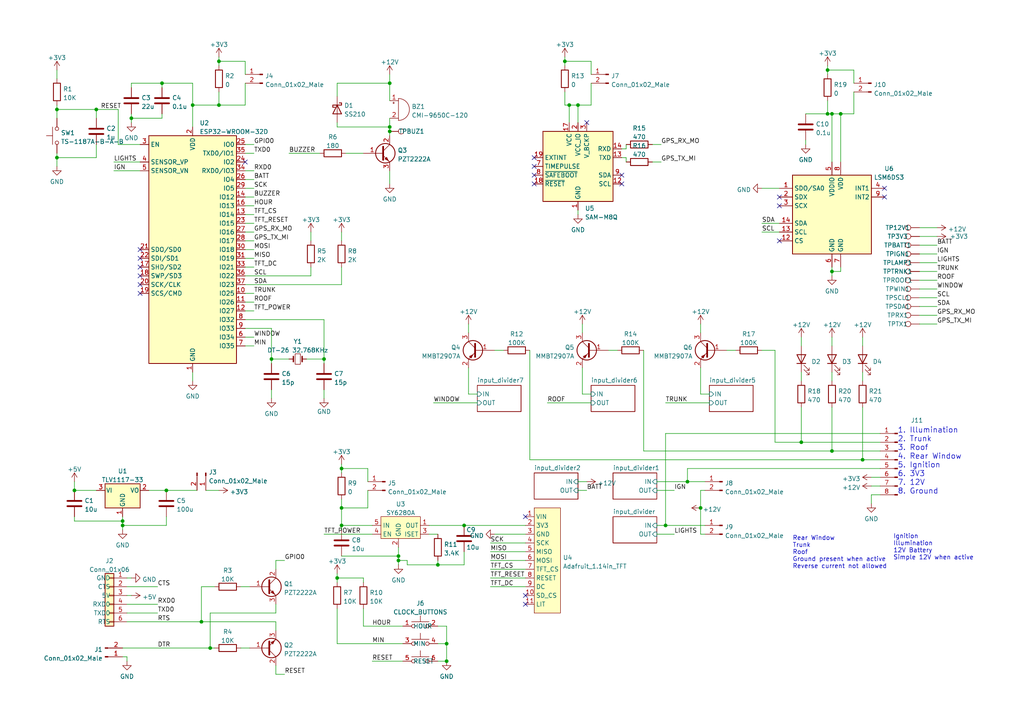
<source format=kicad_sch>
(kicad_sch (version 20211123) (generator eeschema)
  (paper "A4")
  (junction (at 46.99 24.13))
  (junction (at 55.88 30.48))
  (junction (at 63.5 17.78))
  (junction (at 165.1 30.48))
  (junction (at 113.03 24.13))
  (junction (at 58.42 180.34))
  (junction (at 243.84 33.02))
  (junction (at 21.59 142.24))
  (junction (at 38.1 34.29))
  (junction (at 60.96 187.96))
  (junction (at 134.62 152.4))
  (junction (at 113.03 38.1))
  (junction (at 241.3 130.81))
  (junction (at 199.39 139.7))
  (junction (at 115.57 161.29))
  (junction (at 240.03 20.32))
  (junction (at 250.19 133.35))
  (junction (at 232.41 128.27))
  (junction (at 97.79 167.64))
  (junction (at 93.98 104.14))
  (junction (at 241.3 33.02))
  (junction (at 16.51 31.75))
  (junction (at 163.83 17.78))
  (junction (at 129.54 186.69))
  (junction (at 113.03 36.83))
  (junction (at 99.06 147.32))
  (junction (at 241.3 78.74))
  (junction (at 35.56 152.4))
  (junction (at 167.64 30.48))
  (junction (at 127 163.83))
  (junction (at 193.04 152.4))
  (junction (at 99.06 152.4))
  (junction (at 63.5 30.48))
  (junction (at 27.94 31.75))
  (junction (at 203.2 147.32))
  (junction (at 99.06 135.89))
  (junction (at 16.51 45.72))
  (junction (at 35.56 151.13))
  (junction (at 48.26 142.24))
  (junction (at 129.54 191.77))
  (junction (at 78.74 104.14))
  (junction (at 115.57 162.56))
  (junction (at 240.03 33.02))
  (no_connect (at 40.64 74.93))
  (no_connect (at 40.64 77.47))
  (no_connect (at 40.64 80.01))
  (no_connect (at 40.64 82.55))
  (no_connect (at 40.64 85.09))
  (no_connect (at 40.64 72.39))
  (no_connect (at 152.4 172.72))
  (no_connect (at 152.4 149.86))
  (no_connect (at 152.4 175.26))
  (no_connect (at 180.34 50.8))
  (no_connect (at 180.34 53.34))
  (no_connect (at 170.18 35.56))
  (no_connect (at 226.06 69.85))
  (no_connect (at 226.06 59.69))
  (no_connect (at 226.06 57.15))
  (no_connect (at 256.54 57.15))
  (no_connect (at 256.54 54.61))
  (no_connect (at 71.12 46.99))
  (no_connect (at 154.94 45.72))
  (no_connect (at 154.94 48.26))
  (no_connect (at 154.94 50.8))
  (no_connect (at 154.94 53.34))
  (wire (pts (xy 60.96 177.8) (xy 60.96 187.96)))
  (wire (pts (xy 97.79 166.37) (xy 97.79 167.64)))
  (wire (pts (xy 241.3 33.02) (xy 243.84 33.02)))
  (wire (pts (xy 232.41 128.27) (xy 232.41 118.11)))
  (wire (pts (xy 142.24 162.56) (xy 152.4 162.56)))
  (wire (pts (xy 16.51 45.72) (xy 27.94 45.72)))
  (wire (pts (xy 71.12 97.79) (xy 73.66 97.79)))
  (wire (pts (xy 46.99 24.13) (xy 46.99 25.4)))
  (wire (pts (xy 167.64 30.48) (xy 171.45 30.48)))
  (wire (pts (xy 62.23 170.18) (xy 58.42 170.18)))
  (wire (pts (xy 71.12 64.77) (xy 73.66 64.77)))
  (wire (pts (xy 135.89 93.98) (xy 135.89 96.52)))
  (wire (pts (xy 97.79 35.56) (xy 97.79 36.83)))
  (wire (pts (xy 38.1 25.4) (xy 38.1 24.13)))
  (wire (pts (xy 190.5 154.94) (xy 195.58 154.94)))
  (wire (pts (xy 266.7 93.98) (xy 271.78 93.98)))
  (wire (pts (xy 193.04 116.84) (xy 205.74 116.84)))
  (wire (pts (xy 266.7 83.82) (xy 271.78 83.82)))
  (wire (pts (xy 36.83 191.77) (xy 36.83 190.5)))
  (wire (pts (xy 80.01 165.1) (xy 80.01 162.56)))
  (wire (pts (xy 113.03 38.1) (xy 113.03 39.37)))
  (wire (pts (xy 233.68 33.02) (xy 240.03 33.02)))
  (wire (pts (xy 58.42 170.18) (xy 58.42 180.34)))
  (wire (pts (xy 142.24 165.1) (xy 152.4 165.1)))
  (wire (pts (xy 266.7 81.28) (xy 271.78 81.28)))
  (wire (pts (xy 93.98 113.03) (xy 93.98 115.57)))
  (wire (pts (xy 167.64 60.96) (xy 167.64 62.23)))
  (wire (pts (xy 189.23 46.99) (xy 191.77 46.99)))
  (wire (pts (xy 113.03 36.83) (xy 113.03 38.1)))
  (wire (pts (xy 99.06 161.29) (xy 115.57 161.29)))
  (wire (pts (xy 186.69 130.81) (xy 241.3 130.81)))
  (wire (pts (xy 78.74 104.14) (xy 83.82 104.14)))
  (wire (pts (xy 99.06 152.4) (xy 99.06 153.67)))
  (wire (pts (xy 100.33 44.45) (xy 105.41 44.45)))
  (wire (pts (xy 33.02 46.99) (xy 40.64 46.99)))
  (wire (pts (xy 99.06 82.55) (xy 99.06 77.47)))
  (wire (pts (xy 55.88 30.48) (xy 55.88 36.83)))
  (wire (pts (xy 34.29 41.91) (xy 40.64 41.91)))
  (wire (pts (xy 93.98 92.71) (xy 93.98 104.14)))
  (wire (pts (xy 80.01 195.58) (xy 82.55 195.58)))
  (wire (pts (xy 71.12 41.91) (xy 73.66 41.91)))
  (wire (pts (xy 80.01 193.04) (xy 80.01 195.58)))
  (wire (pts (xy 241.3 78.74) (xy 241.3 80.01)))
  (wire (pts (xy 240.03 29.21) (xy 240.03 33.02)))
  (wire (pts (xy 266.7 73.66) (xy 271.78 73.66)))
  (wire (pts (xy 97.79 186.69) (xy 116.84 186.69)))
  (wire (pts (xy 71.12 72.39) (xy 73.66 72.39)))
  (wire (pts (xy 134.62 152.4) (xy 152.4 152.4)))
  (wire (pts (xy 190.5 142.24) (xy 195.58 142.24)))
  (wire (pts (xy 180.34 45.72) (xy 181.61 45.72)))
  (wire (pts (xy 113.03 24.13) (xy 97.79 24.13)))
  (wire (pts (xy 80.01 177.8) (xy 60.96 177.8)))
  (wire (pts (xy 21.59 149.86) (xy 21.59 151.13)))
  (wire (pts (xy 63.5 16.51) (xy 63.5 17.78)))
  (wire (pts (xy 199.39 135.89) (xy 199.39 139.7)))
  (wire (pts (xy 181.61 41.91) (xy 181.61 43.18)))
  (wire (pts (xy 16.51 44.45) (xy 16.51 45.72)))
  (wire (pts (xy 255.27 143.51) (xy 252.73 143.51)))
  (wire (pts (xy 255.27 125.73) (xy 193.04 125.73)))
  (wire (pts (xy 266.7 88.9) (xy 271.78 88.9)))
  (wire (pts (xy 241.3 78.74) (xy 243.84 78.74)))
  (wire (pts (xy 63.5 26.67) (xy 63.5 30.48)))
  (wire (pts (xy 63.5 30.48) (xy 55.88 30.48)))
  (wire (pts (xy 80.01 182.88) (xy 80.01 180.34)))
  (wire (pts (xy 80.01 175.26) (xy 80.01 177.8)))
  (wire (pts (xy 97.79 176.53) (xy 97.79 186.69)))
  (wire (pts (xy 97.79 167.64) (xy 97.79 168.91)))
  (wire (pts (xy 241.3 97.79) (xy 241.3 100.33)))
  (wire (pts (xy 35.56 149.86) (xy 35.56 151.13)))
  (wire (pts (xy 48.26 152.4) (xy 35.56 152.4)))
  (wire (pts (xy 106.68 135.89) (xy 99.06 135.89)))
  (wire (pts (xy 35.56 151.13) (xy 35.56 152.4)))
  (wire (pts (xy 71.12 90.17) (xy 73.66 90.17)))
  (wire (pts (xy 78.74 113.03) (xy 78.74 115.57)))
  (wire (pts (xy 88.9 104.14) (xy 93.98 104.14)))
  (wire (pts (xy 163.83 30.48) (xy 165.1 30.48)))
  (wire (pts (xy 193.04 152.4) (xy 190.5 152.4)))
  (wire (pts (xy 60.96 187.96) (xy 62.23 187.96)))
  (wire (pts (xy 71.12 100.33) (xy 73.66 100.33)))
  (wire (pts (xy 36.83 180.34) (xy 58.42 180.34)))
  (wire (pts (xy 142.24 170.18) (xy 152.4 170.18)))
  (wire (pts (xy 99.06 134.62) (xy 99.06 135.89)))
  (wire (pts (xy 71.12 17.78) (xy 63.5 17.78)))
  (wire (pts (xy 135.89 114.3) (xy 138.43 114.3)))
  (wire (pts (xy 36.83 177.8) (xy 45.72 177.8)))
  (wire (pts (xy 233.68 40.64) (xy 233.68 41.91)))
  (wire (pts (xy 158.75 116.84) (xy 171.45 116.84)))
  (wire (pts (xy 21.59 139.7) (xy 21.59 142.24)))
  (wire (pts (xy 115.57 161.29) (xy 115.57 162.56)))
  (wire (pts (xy 58.42 180.34) (xy 80.01 180.34)))
  (wire (pts (xy 107.95 191.77) (xy 116.84 191.77)))
  (wire (pts (xy 168.91 93.98) (xy 168.91 96.52)))
  (wire (pts (xy 165.1 30.48) (xy 167.64 30.48)))
  (wire (pts (xy 266.7 76.2) (xy 271.78 76.2)))
  (wire (pts (xy 250.19 107.95) (xy 250.19 110.49)))
  (wire (pts (xy 125.73 116.84) (xy 138.43 116.84)))
  (wire (pts (xy 168.91 106.68) (xy 168.91 114.3)))
  (wire (pts (xy 71.12 74.93) (xy 73.66 74.93)))
  (wire (pts (xy 203.2 93.98) (xy 203.2 96.52)))
  (wire (pts (xy 167.64 139.7) (xy 170.18 139.7)))
  (wire (pts (xy 255.27 133.35) (xy 250.19 133.35)))
  (wire (pts (xy 55.88 107.95) (xy 55.88 110.49)))
  (wire (pts (xy 106.68 139.7) (xy 106.68 135.89)))
  (wire (pts (xy 143.51 101.6) (xy 146.05 101.6)))
  (wire (pts (xy 142.24 157.48) (xy 152.4 157.48)))
  (wire (pts (xy 36.83 170.18) (xy 45.72 170.18)))
  (wire (pts (xy 247.65 26.67) (xy 247.65 33.02)))
  (wire (pts (xy 99.06 152.4) (xy 107.95 152.4)))
  (wire (pts (xy 21.59 142.24) (xy 27.94 142.24)))
  (wire (pts (xy 163.83 16.51) (xy 163.83 17.78)))
  (wire (pts (xy 35.56 187.96) (xy 60.96 187.96)))
  (wire (pts (xy 118.11 162.56) (xy 115.57 162.56)))
  (wire (pts (xy 189.23 41.91) (xy 191.77 41.91)))
  (wire (pts (xy 99.06 144.78) (xy 99.06 147.32)))
  (wire (pts (xy 97.79 24.13) (xy 97.79 27.94)))
  (wire (pts (xy 113.03 29.21) (xy 113.03 24.13)))
  (wire (pts (xy 167.64 30.48) (xy 167.64 35.56)))
  (wire (pts (xy 16.51 20.32) (xy 16.51 22.86)))
  (wire (pts (xy 181.61 43.18) (xy 180.34 43.18)))
  (wire (pts (xy 163.83 17.78) (xy 163.83 19.05)))
  (wire (pts (xy 199.39 139.7) (xy 204.47 139.7)))
  (wire (pts (xy 48.26 142.24) (xy 57.15 142.24)))
  (wire (pts (xy 220.98 67.31) (xy 226.06 67.31)))
  (wire (pts (xy 134.62 160.02) (xy 134.62 163.83)))
  (wire (pts (xy 247.65 20.32) (xy 240.03 20.32)))
  (wire (pts (xy 83.82 44.45) (xy 92.71 44.45)))
  (wire (pts (xy 27.94 41.91) (xy 27.94 45.72)))
  (wire (pts (xy 243.84 33.02) (xy 243.84 46.99)))
  (wire (pts (xy 193.04 152.4) (xy 204.47 152.4)))
  (wire (pts (xy 46.99 33.02) (xy 46.99 34.29)))
  (wire (pts (xy 224.79 128.27) (xy 232.41 128.27)))
  (wire (pts (xy 16.51 30.48) (xy 16.51 31.75)))
  (wire (pts (xy 181.61 45.72) (xy 181.61 46.99)))
  (wire (pts (xy 115.57 161.29) (xy 115.57 158.75)))
  (wire (pts (xy 243.84 33.02) (xy 247.65 33.02)))
  (wire (pts (xy 127 163.83) (xy 118.11 163.83)))
  (wire (pts (xy 127 181.61) (xy 129.54 181.61)))
  (wire (pts (xy 38.1 34.29) (xy 38.1 35.56)))
  (wire (pts (xy 203.2 106.68) (xy 203.2 114.3)))
  (wire (pts (xy 127 191.77) (xy 129.54 191.77)))
  (wire (pts (xy 99.06 67.31) (xy 99.06 69.85)))
  (wire (pts (xy 171.45 21.59) (xy 171.45 17.78)))
  (wire (pts (xy 71.12 59.69) (xy 73.66 59.69)))
  (wire (pts (xy 105.41 181.61) (xy 116.84 181.61)))
  (wire (pts (xy 220.98 54.61) (xy 226.06 54.61)))
  (wire (pts (xy 266.7 68.58) (xy 271.78 68.58)))
  (wire (pts (xy 105.41 176.53) (xy 105.41 181.61)))
  (wire (pts (xy 113.03 34.29) (xy 113.03 36.83)))
  (wire (pts (xy 266.7 71.12) (xy 271.78 71.12)))
  (wire (pts (xy 252.73 138.43) (xy 255.27 138.43)))
  (wire (pts (xy 55.88 24.13) (xy 55.88 30.48)))
  (wire (pts (xy 142.24 167.64) (xy 152.4 167.64)))
  (wire (pts (xy 48.26 149.86) (xy 48.26 152.4)))
  (wire (pts (xy 35.56 190.5) (xy 36.83 190.5)))
  (wire (pts (xy 38.1 24.13) (xy 46.99 24.13)))
  (wire (pts (xy 255.27 128.27) (xy 232.41 128.27)))
  (wire (pts (xy 252.73 143.51) (xy 252.73 146.05)))
  (wire (pts (xy 129.54 181.61) (xy 129.54 186.69)))
  (wire (pts (xy 71.12 82.55) (xy 99.06 82.55)))
  (wire (pts (xy 38.1 33.02) (xy 38.1 34.29)))
  (wire (pts (xy 106.68 147.32) (xy 99.06 147.32)))
  (wire (pts (xy 266.7 66.04) (xy 271.78 66.04)))
  (wire (pts (xy 80.01 162.56) (xy 82.55 162.56)))
  (wire (pts (xy 176.53 101.6) (xy 179.07 101.6)))
  (wire (pts (xy 33.02 49.53) (xy 40.64 49.53)))
  (wire (pts (xy 78.74 95.25) (xy 78.74 104.14)))
  (wire (pts (xy 203.2 114.3) (xy 205.74 114.3)))
  (wire (pts (xy 186.69 101.6) (xy 186.69 130.81)))
  (wire (pts (xy 220.98 101.6) (xy 224.79 101.6)))
  (wire (pts (xy 127 162.56) (xy 127 163.83)))
  (wire (pts (xy 105.41 167.64) (xy 97.79 167.64)))
  (wire (pts (xy 63.5 17.78) (xy 63.5 19.05)))
  (wire (pts (xy 232.41 97.79) (xy 232.41 100.33)))
  (wire (pts (xy 90.17 80.01) (xy 90.17 77.47)))
  (wire (pts (xy 71.12 57.15) (xy 73.66 57.15)))
  (wire (pts (xy 153.67 101.6) (xy 153.67 133.35)))
  (wire (pts (xy 16.51 31.75) (xy 27.94 31.75)))
  (wire (pts (xy 241.3 107.95) (xy 241.3 110.49)))
  (wire (pts (xy 63.5 30.48) (xy 71.12 30.48)))
  (wire (pts (xy 163.83 26.67) (xy 163.83 30.48)))
  (wire (pts (xy 113.03 49.53) (xy 113.03 53.34)))
  (wire (pts (xy 143.51 154.94) (xy 152.4 154.94)))
  (wire (pts (xy 135.89 106.68) (xy 135.89 114.3)))
  (wire (pts (xy 46.99 24.13) (xy 55.88 24.13)))
  (wire (pts (xy 168.91 114.3) (xy 171.45 114.3)))
  (wire (pts (xy 21.59 151.13) (xy 35.56 151.13)))
  (wire (pts (xy 105.41 168.91) (xy 105.41 167.64)))
  (wire (pts (xy 36.83 172.72) (xy 38.1 172.72)))
  (wire (pts (xy 153.67 133.35) (xy 250.19 133.35)))
  (wire (pts (xy 199.39 139.7) (xy 190.5 139.7)))
  (wire (pts (xy 27.94 31.75) (xy 34.29 31.75)))
  (wire (pts (xy 99.06 147.32) (xy 99.06 152.4)))
  (wire (pts (xy 167.64 142.24) (xy 170.18 142.24)))
  (wire (pts (xy 240.03 19.05) (xy 240.03 20.32)))
  (wire (pts (xy 224.79 101.6) (xy 224.79 128.27)))
  (wire (pts (xy 204.47 142.24) (xy 203.2 142.24)))
  (wire (pts (xy 97.79 36.83) (xy 113.03 36.83)))
  (wire (pts (xy 240.03 33.02) (xy 241.3 33.02)))
  (wire (pts (xy 124.46 154.94) (xy 127 154.94)))
  (wire (pts (xy 71.12 21.59) (xy 71.12 17.78)))
  (wire (pts (xy 43.18 142.24) (xy 48.26 142.24)))
  (wire (pts (xy 69.85 187.96) (xy 72.39 187.96)))
  (wire (pts (xy 59.69 142.24) (xy 63.5 142.24)))
  (wire (pts (xy 203.2 147.32) (xy 203.2 154.94)))
  (wire (pts (xy 93.98 154.94) (xy 107.95 154.94)))
  (wire (pts (xy 127 186.69) (xy 129.54 186.69)))
  (wire (pts (xy 250.19 97.79) (xy 250.19 100.33)))
  (wire (pts (xy 71.12 62.23) (xy 73.66 62.23)))
  (wire (pts (xy 93.98 104.14) (xy 93.98 105.41)))
  (wire (pts (xy 90.17 67.31) (xy 90.17 69.85)))
  (wire (pts (xy 266.7 78.74) (xy 271.78 78.74)))
  (wire (pts (xy 240.03 20.32) (xy 240.03 21.59)))
  (wire (pts (xy 113.03 21.59) (xy 113.03 24.13)))
  (wire (pts (xy 241.3 77.47) (xy 241.3 78.74)))
  (wire (pts (xy 255.27 130.81) (xy 241.3 130.81)))
  (wire (pts (xy 255.27 135.89) (xy 199.39 135.89)))
  (wire (pts (xy 71.12 49.53) (xy 73.66 49.53)))
  (wire (pts (xy 71.12 87.63) (xy 73.66 87.63)))
  (wire (pts (xy 36.83 175.26) (xy 45.72 175.26)))
  (wire (pts (xy 210.82 101.6) (xy 213.36 101.6)))
  (wire (pts (xy 27.94 31.75) (xy 27.94 34.29)))
  (wire (pts (xy 193.04 125.73) (xy 193.04 152.4)))
  (wire (pts (xy 38.1 34.29) (xy 46.99 34.29)))
  (wire (pts (xy 266.7 86.36) (xy 271.78 86.36)))
  (wire (pts (xy 118.11 163.83) (xy 118.11 162.56)))
  (wire (pts (xy 71.12 54.61) (xy 73.66 54.61)))
  (wire (pts (xy 266.7 91.44) (xy 271.78 91.44)))
  (wire (pts (xy 69.85 170.18) (xy 72.39 170.18)))
  (wire (pts (xy 71.12 92.71) (xy 93.98 92.71)))
  (wire (pts (xy 171.45 24.13) (xy 171.45 30.48)))
  (wire (pts (xy 129.54 186.69) (xy 129.54 191.77)))
  (wire (pts (xy 36.83 167.64) (xy 38.1 167.64)))
  (wire (pts (xy 115.57 162.56) (xy 115.57 163.83)))
  (wire (pts (xy 99.06 135.89) (xy 99.06 137.16)))
  (wire (pts (xy 165.1 30.48) (xy 165.1 35.56)))
  (wire (pts (xy 220.98 64.77) (xy 226.06 64.77)))
  (wire (pts (xy 78.74 105.41) (xy 78.74 104.14)))
  (wire (pts (xy 203.2 154.94) (xy 204.47 154.94)))
  (wire (pts (xy 34.29 31.75) (xy 34.29 41.91)))
  (wire (pts (xy 243.84 78.74) (xy 243.84 77.47)))
  (wire (pts (xy 241.3 130.81) (xy 241.3 118.11)))
  (wire (pts (xy 71.12 67.31) (xy 73.66 67.31)))
  (wire (pts (xy 250.19 133.35) (xy 250.19 118.11)))
  (wire (pts (xy 71.12 52.07) (xy 73.66 52.07)))
  (wire (pts (xy 171.45 17.78) (xy 163.83 17.78)))
  (wire (pts (xy 252.73 140.97) (xy 255.27 140.97)))
  (wire (pts (xy 71.12 77.47) (xy 73.66 77.47)))
  (wire (pts (xy 71.12 80.01) (xy 90.17 80.01)))
  (wire (pts (xy 71.12 95.25) (xy 78.74 95.25)))
  (wire (pts (xy 134.62 163.83) (xy 127 163.83)))
  (wire (pts (xy 71.12 69.85) (xy 73.66 69.85)))
  (wire (pts (xy 247.65 24.13) (xy 247.65 20.32)))
  (wire (pts (xy 71.12 44.45) (xy 73.66 44.45)))
  (wire (pts (xy 71.12 85.09) (xy 73.66 85.09)))
  (wire (pts (xy 71.12 24.13) (xy 71.12 30.48)))
  (wire (pts (xy 124.46 152.4) (xy 134.62 152.4)))
  (wire (pts (xy 232.41 107.95) (xy 232.41 110.49)))
  (wire (pts (xy 106.68 142.24) (xy 106.68 147.32)))
  (wire (pts (xy 16.51 45.72) (xy 16.51 48.26)))
  (wire (pts (xy 16.51 31.75) (xy 16.51 34.29)))
  (wire (pts (xy 241.3 33.02) (xy 241.3 46.99)))
  (wire (pts (xy 203.2 142.24) (xy 203.2 147.32)))
  (wire (pts (xy 142.24 160.02) (xy 152.4 160.02)))
  (wire (pts (xy 35.56 152.4) (xy 35.56 153.67)))
  (text "Rear Window\nTrunk\nRoof\nGround present when active\nReverse current not allowed" (at 229.87 165.1 0) (effects (font (size 1.27 1.27)) (justify left bottom)))
  (text "1. Illumination\n2. Trunk\n3. Roof\n4. Rear Window\n5. Ignition\n6. 3V3\n7. 12V\n8. Ground" (at 260.35 143.51 0) (effects (font (size 1.57 1.57)) (justify left bottom)))
  (text "Ignition\nIllumination\n12V Battery\nSimple 12V when active" (at 259.08 162.56 0) (effects (font (size 1.27 1.27)) (justify left bottom)))
  (label "SDA" (at 73.66 82.55 0))
  (label "TFT_RESET" (at 73.66 64.77 0))
  (label "MIN" (at 73.66 100.33 0))
  (label "RESET" (at 29.21 31.75 0))
  (label "RTS" (at 45.72 180.34 0))
  (label "ROOF" (at 73.66 87.63 0))
  (label "MISO" (at 142.24 160.02 0))
  (label "ROOF" (at 271.78 81.28 0))
  (label "BUZZER" (at 73.66 57.15 0))
  (label "GPS_RX_MO" (at 191.77 41.91 0))
  (label "BUZZER" (at 83.82 44.45 0))
  (label "TXD0" (at 73.66 44.45 0))
  (label "TFT_CS" (at 73.66 62.23 0))
  (label "GPIO0" (at 73.66 41.91 0))
  (label "MOSI" (at 73.66 72.39 0))
  (label "TFT_CS" (at 142.24 165.1 0))
  (label "MISO" (at 73.66 74.93 0))
  (label "IGN" (at 33.02 49.53 0))
  (label "HOUR" (at 73.66 59.69 0))
  (label "RXD0" (at 45.72 175.26 0))
  (label "TRUNK" (at 73.66 85.09 0))
  (label "TRUNK" (at 271.78 78.74 0))
  (label "SDA" (at 271.78 88.9 0))
  (label "TFT_DC" (at 73.66 77.47 0))
  (label "SCK" (at 142.24 157.48 0))
  (label "WINDOW" (at 73.66 97.79 0))
  (label "TFT_POWER" (at 93.98 154.94 0))
  (label "IGN" (at 271.78 73.66 0))
  (label "SDA" (at 220.98 64.77 0))
  (label "GPS_TX_MI" (at 73.66 69.85 0))
  (label "SCL" (at 271.78 86.36 0))
  (label "IGN" (at 195.58 142.24 0))
  (label "TFT_POWER" (at 73.66 90.17 0))
  (label "TFT_DC" (at 142.24 170.18 0))
  (label "GPS_RX_MO" (at 271.78 91.44 0))
  (label "SCL" (at 220.98 67.31 0))
  (label "GPS_RX_MO" (at 73.66 67.31 0))
  (label "LIGHTS" (at 271.78 76.2 0))
  (label "ROOF" (at 158.75 116.84 0))
  (label "MIN" (at 107.95 186.69 0))
  (label "BATT" (at 170.18 142.24 0))
  (label "WINDOW" (at 125.73 116.84 0))
  (label "RESET" (at 82.55 195.58 0))
  (label "SCL" (at 73.66 80.01 0))
  (label "BATT" (at 271.78 71.12 0))
  (label "TFT_RESET" (at 142.24 167.64 0))
  (label "GPS_TX_MI" (at 271.78 93.98 0))
  (label "LIGHTS" (at 195.58 154.94 0))
  (label "RESET" (at 107.95 191.77 0))
  (label "BATT" (at 73.66 52.07 0))
  (label "HOUR" (at 107.95 181.61 0))
  (label "DTR" (at 45.72 187.96 0))
  (label "LIGHTS" (at 33.02 46.99 0))
  (label "CTS" (at 45.72 170.18 0))
  (label "GPIO0" (at 82.55 162.56 0))
  (label "TRUNK" (at 193.04 116.84 0))
  (label "SCK" (at 73.66 54.61 0))
  (label "GPS_TX_MI" (at 191.77 46.99 0))
  (label "MOSI" (at 142.24 162.56 0))
  (label "TXD0" (at 45.72 177.8 0))
  (label "WINDOW" (at 271.78 83.82 0))
  (label "RXD0" (at 73.66 49.53 0))
  (symbol (lib_id "power:GND") (at 113.03 53.34 0) (unit 1)
    (property "Reference" "#PWR019" (effects hide))
    (property "Value" "GND" (at 113.03 57.7834 0))
  )
  (symbol (lib_id "Connector:Conn_01x02_Male") (at 209.55 152.4 0) (mirror y) (unit 1)
    (property "Reference" "J9" (at 210.2612 152.8353 0) (effects (justify right)))
    (property "Value" "Conn_01x02_Male" (at 210.2612 155.3722 0) (effects (justify right)))
    (property "Footprint" "Connector_PinHeader_2.54mm:PinHeader_1x02_P2.54mm_Vertical" (effects hide))
  )
  (symbol (lib_id "Device:C") (at 233.68 36.83 0) (unit 1)
    (property "Reference" "C10" (at 236.601 35.9953 0) (effects (justify left)))
    (property "Value" "0.1u" (at 236.601 38.5322 0) (effects (justify left)))
    (property "Footprint" "Capacitor_SMD:C_0805_2012Metric_Pad1.18x1.45mm_HandSolder" (effects hide))
  )
  (symbol (lib_id "Transistor_BJT:PZT2222A") (at 77.47 170.18 0) (unit 1)
    (property "Reference" "Q1" (at 82.3214 169.3453 0) (effects (justify left)))
    (property "Value" "PZT2222A" (at 82.3214 171.8822 0) (effects (justify left)))
    (property "Footprint" "Package_TO_SOT_SMD:SOT-23" (effects hide))
    (property "Datasheet" "https://www.onsemi.com/pub/Collateral/PN2222-D.PDF" (effects hide))
  )
  (symbol (lib_id "power:+3V3") (at 16.51 20.32 0) (unit 1)
    (property "Reference" "#PWR01" (effects hide))
    (property "Value" "+3V3" (at 16.51 16.7442 0))
  )
  (symbol (lib_id "Device:R") (at 96.52 44.45 90) (unit 1)
    (property "Reference" "R6" (at 96.52 39.7342 90))
    (property "Value" "180" (at 96.52 42.2711 90))
    (property "Footprint" "Resistor_SMD:R_0805_2012Metric_Pad1.20x1.40mm_HandSolder" (effects hide))
  )
  (symbol (lib_id "Connector:Conn_01x02_Male") (at 30.48 190.5 0) (mirror x) (unit 1)
    (property "Reference" "J1" (at 29.7689 188.3953 0) (effects (justify right)))
    (property "Value" "Conn_01x02_Male" (at 29.7689 190.9322 0) (effects (justify right)))
    (property "Footprint" "Connector_PinHeader_2.54mm:PinHeader_1x02_P2.54mm_Vertical" (effects hide))
  )
  (symbol (lib_id "Sensor_Motion:LSM6DS3") (at 241.3 62.23 0) (unit 1)
    (property "Reference" "U6" (at 257.8652 48.9035 0))
    (property "Value" "LSM6DS3" (at 257.8652 51.4404 0))
    (property "Footprint" "Package_LGA:LGA-14_3x2.5mm_P0.5mm_LayoutBorder3x4y" (effects hide))
    (property "Datasheet" "www.st.com/resource/en/datasheet/lsm6ds3.pdf" (effects hide))
  )
  (symbol (lib_id "Connector_Generic:Conn_01x06") (at 31.75 172.72 0) (mirror y) (unit 1)
    (property "Reference" "J2" (at 31.75 162.6702 0))
    (property "Value" "Conn_01x06" (at 31.75 165.2071 0))
    (property "Footprint" "Connector_PinHeader_2.54mm:PinHeader_1x06_P2.54mm_Vertical" (effects hide))
  )
  (symbol (lib_id "Connector:Conn_01x02_Male") (at 111.76 139.7 0) (mirror y) (unit 1)
    (property "Reference" "J5" (at 112.4712 140.1353 0) (effects (justify right)))
    (property "Value" "Conn_01x02_Male" (at 112.4712 142.6722 0) (effects (justify right)))
    (property "Footprint" "Connector_PinHeader_2.54mm:PinHeader_1x02_P2.54mm_Vertical" (effects hide))
  )
  (symbol (lib_id "power:+3V3") (at 63.5 142.24 270) (unit 1)
    (property "Reference" "#PWR011" (effects hide))
    (property "Value" "+3V3" (at 66.675 142.6738 90) (effects (justify left)))
  )
  (symbol (lib_id "power:+12V") (at 113.03 21.59 0) (unit 1)
    (property "Reference" "#PWR018" (effects hide))
    (property "Value" "+12V" (at 113.03 18.0142 0))
  )
  (symbol (lib_id "Device:R") (at 217.17 101.6 90) (unit 1)
    (property "Reference" "R17" (at 217.17 96.8842 90))
    (property "Value" "100K" (at 217.17 99.4211 90))
    (property "Footprint" "Resistor_SMD:R_0805_2012Metric_Pad1.20x1.40mm_HandSolder" (effects hide))
  )
  (symbol (lib_id "power:+3V3") (at 63.5 16.51 0) (unit 1)
    (property "Reference" "#PWR010" (effects hide))
    (property "Value" "+3V3" (at 63.5 12.9342 0))
  )
  (symbol (lib_id "Connector:TestPoint") (at 266.7 83.82 90) (unit 1)
    (property "Reference" "TPWIN1" (at 260.35 83.82 90))
    (property "Value" "TestPoint" (effects hide))
    (property "Footprint" "TestPoint:TestPoint_Keystone_5000-5004_Miniature" (effects hide))
  )
  (symbol (lib_id "Device:C") (at 134.62 156.21 0) (unit 1)
    (property "Reference" "C9" (at 135.255 153.67 0) (effects (justify left)))
    (property "Value" "10u" (at 135.255 158.75 0) (effects (justify left)))
    (property "Footprint" "Capacitor_SMD:C_0805_2012Metric_Pad1.18x1.45mm_HandSolder" (effects hide))
  )
  (symbol (lib_id "power:+3V3") (at 163.83 16.51 0) (unit 1)
    (property "Reference" "#PWR024" (effects hide))
    (property "Value" "+3V3" (at 163.83 12.9342 0))
  )
  (symbol (lib_id "power:+12V") (at 271.78 66.04 270) (unit 1)
    (property "Reference" "#PWR040" (effects hide))
    (property "Value" "+12V" (at 274.955 66.4738 90) (effects (justify left)))
  )
  (symbol (lib_id "power:GND") (at 143.51 154.94 270) (unit 1)
    (property "Reference" "#PWR023" (effects hide))
    (property "Value" "GND" (at 140.3351 155.3738 90) (effects (justify right)))
  )
  (symbol (lib_id "power:GND") (at 129.54 191.77 0) (unit 1)
    (property "Reference" "#PWR021" (effects hide))
    (property "Value" "GND" (at 129.54 196.2134 0))
  )
  (symbol (lib_id "power:GND") (at 38.1 167.64 90) (unit 1)
    (property "Reference" "#PWR07" (effects hide))
    (property "Value" "GND" (at 41.275 168.0738 90) (effects (justify right)))
  )
  (symbol (lib_id "Device:R") (at 149.86 101.6 90) (unit 1)
    (property "Reference" "R12" (at 149.86 96.8842 90))
    (property "Value" "100K" (at 149.86 99.4211 90))
    (property "Footprint" "Resistor_SMD:R_0805_2012Metric_Pad1.20x1.40mm_HandSolder" (effects hide))
  )
  (symbol (lib_id "Device:R") (at 127 158.75 0) (unit 1)
    (property "Reference" "R11" (at 128.778 157.9153 0) (effects (justify left)))
    (property "Value" "3.4K" (at 128.778 160.4522 0) (effects (justify left)))
    (property "Footprint" "Resistor_SMD:R_0805_2012Metric_Pad1.20x1.40mm_HandSolder" (effects hide))
  )
  (symbol (lib_id "Device:R") (at 250.19 114.3 0) (unit 1)
    (property "Reference" "R21" (at 251.968 113.4653 0) (effects (justify left)))
    (property "Value" "470" (at 251.968 116.0022 0) (effects (justify left)))
    (property "Footprint" "Resistor_SMD:R_0805_2012Metric_Pad1.20x1.40mm_HandSolder" (effects hide))
  )
  (symbol (lib_id "power:+12V") (at 250.19 97.79 0) (unit 1)
    (property "Reference" "#PWR036" (effects hide))
    (property "Value" "+12V" (at 250.19 94.2142 0))
  )
  (symbol (lib_id "Device:R") (at 163.83 22.86 0) (unit 1)
    (property "Reference" "R13" (at 165.608 22.0253 0) (effects (justify left)))
    (property "Value" "0" (at 165.608 24.5622 0) (effects (justify left)))
    (property "Footprint" "Resistor_SMD:R_0805_2012Metric_Pad1.20x1.40mm_HandSolder" (effects hide))
  )
  (symbol (lib_id "power:+12V") (at 170.18 139.7 270) (unit 1)
    (property "Reference" "#PWR027" (effects hide))
    (property "Value" "+12V" (at 173.355 140.1338 90) (effects (justify left)))
  )
  (symbol (lib_id "power:+12V") (at 135.89 93.98 0) (unit 1)
    (property "Reference" "#PWR022" (effects hide))
    (property "Value" "+12V" (at 135.89 90.4042 0))
  )
  (symbol (lib_id "DelSolLib:CLOCK_BUTTONS") (at 121.92 176.53 0) (unit 1)
    (property "Reference" "J6" (at 121.92 174.9892 0))
    (property "Value" "CLOCK_BUTTONS" (at 121.92 177.5261 0))
    (property "Footprint" "DelSolLib:Switch_DelSol" (effects hide))
  )
  (symbol (lib_id "power:+12V") (at 203.2 93.98 0) (unit 1)
    (property "Reference" "#PWR028" (effects hide))
    (property "Value" "+12V" (at 203.2 90.4042 0))
  )
  (symbol (lib_id "Device:R") (at 232.41 114.3 0) (unit 1)
    (property "Reference" "R18" (at 234.188 113.4653 0) (effects (justify left)))
    (property "Value" "470" (at 234.188 116.0022 0) (effects (justify left)))
    (property "Footprint" "Resistor_SMD:R_0805_2012Metric_Pad1.20x1.40mm_HandSolder" (effects hide))
  )
  (symbol (lib_id "Device:Q_PNP_BEC") (at 171.45 101.6 0) (mirror y) (unit 1)
    (property "Reference" "Q5" (at 166.5986 100.7653 0) (effects (justify left)))
    (property "Value" "MMBT2907A" (at 166.5986 103.3022 0) (effects (justify left)))
    (property "Footprint" "Package_TO_SOT_SMD:SOT-23" (effects hide))
  )
  (symbol (lib_id "Device:R") (at 66.04 187.96 90) (unit 1)
    (property "Reference" "R4" (at 66.04 183.2442 90))
    (property "Value" "10K" (at 66.04 185.7811 90))
    (property "Footprint" "Resistor_SMD:R_0805_2012Metric_Pad1.20x1.40mm_HandSolder" (effects hide))
  )
  (symbol (lib_id "Device:R") (at 105.41 172.72 0) (unit 1)
    (property "Reference" "R10" (at 107.188 171.8853 0) (effects (justify left)))
    (property "Value" "10K" (at 107.188 174.4222 0) (effects (justify left)))
    (property "Footprint" "Resistor_SMD:R_0805_2012Metric_Pad1.20x1.40mm_HandSolder" (effects hide))
  )
  (symbol (lib_id "power:+3V3") (at 99.06 134.62 0) (unit 1)
    (property "Reference" "#PWR017" (effects hide))
    (property "Value" "+3V3" (at 99.06 131.0442 0))
  )
  (symbol (lib_id "Connector:TestPoint") (at 266.7 76.2 90) (unit 1)
    (property "Reference" "TPLAMP1" (at 260.35 76.2 90))
    (property "Value" "TestPoint" (effects hide))
    (property "Footprint" "TestPoint:TestPoint_Keystone_5000-5004_Miniature" (effects hide))
  )
  (symbol (lib_id "DelSolLib:Adafruit_1.14in_TFT") (at 154.94 147.32 0) (unit 1)
    (property "Reference" "U4" (at 163.2712 161.7253 0) (effects (justify left)))
    (property "Value" "Adafruit_1.14in_TFT" (at 163.2712 164.2622 0) (effects (justify left)))
    (property "Footprint" "DelSolLib:Adafruit_1.14in_TFT" (effects hide))
  )
  (symbol (lib_id "power:+12V") (at 203.2 147.32 90) (unit 1)
    (property "Reference" "#PWR029" (effects hide))
    (property "Value" "+12V" (at 203.835 147.7538 90) (effects (justify right)))
  )
  (symbol (lib_id "power:GND") (at 220.98 54.61 270) (unit 1)
    (property "Reference" "#PWR030" (effects hide))
    (property "Value" "GND" (at 217.8051 55.0438 90) (effects (justify right)))
  )
  (symbol (lib_id "Connector:Conn_01x02_Male") (at 176.53 21.59 0) (mirror y) (unit 1)
    (property "Reference" "J7" (at 177.2412 22.0253 0) (effects (justify right)))
    (property "Value" "Conn_01x02_Male" (at 177.2412 24.5622 0) (effects (justify right)))
    (property "Footprint" "Connector_PinHeader_2.54mm:PinHeader_1x02_P2.54mm_Vertical" (effects hide))
  )
  (symbol (lib_id "Device:C") (at 27.94 38.1 0) (unit 1)
    (property "Reference" "C2" (at 30.861 37.2653 0) (effects (justify left)))
    (property "Value" "1u" (at 30.861 39.8022 0) (effects (justify left)))
    (property "Footprint" "Capacitor_SMD:C_0805_2012Metric_Pad1.18x1.45mm_HandSolder" (effects hide))
  )
  (symbol (lib_id "Device:Q_PNP_BEC") (at 138.43 101.6 0) (mirror y) (unit 1)
    (property "Reference" "Q4" (at 133.5786 100.7653 0) (effects (justify left)))
    (property "Value" "MMBT2907A" (at 133.5786 103.3022 0) (effects (justify left)))
    (property "Footprint" "Package_TO_SOT_SMD:SOT-23" (effects hide))
  )
  (symbol (lib_id "Device:LED") (at 241.3 104.14 90) (unit 1)
    (property "Reference" "D3" (at 244.221 104.8928 90) (effects (justify right)))
    (property "Value" "SSL-LX4673ID-LA20" (effects hide))
    (property "Footprint" "DelSolLib:LED_Rectangular_W3.65mm_L6.15mm" (effects hide))
  )
  (symbol (lib_id "Connector:TestPoint") (at 113.03 38.1 270) (unit 1)
    (property "Reference" "TPBUZ1" (at 119.38 38.1 90))
    (property "Value" "TestPoint" (effects hide))
    (property "Footprint" "TestPoint:TestPoint_Keystone_5000-5004_Miniature" (effects hide))
  )
  (symbol (lib_id "Device:C") (at 99.06 157.48 0) (unit 1)
    (property "Reference" "C8" (at 101.981 156.6453 0) (effects (justify left)))
    (property "Value" "10u" (at 101.981 159.1822 0) (effects (justify left)))
    (property "Footprint" "Capacitor_SMD:C_0805_2012Metric_Pad1.18x1.45mm_HandSolder" (effects hide))
  )
  (symbol (lib_id "Device:R") (at 182.88 101.6 90) (unit 1)
    (property "Reference" "R14" (at 182.88 96.8842 90))
    (property "Value" "100K" (at 182.88 99.4211 90))
    (property "Footprint" "Resistor_SMD:R_0805_2012Metric_Pad1.20x1.40mm_HandSolder" (effects hide))
  )
  (symbol (lib_id "Device:R") (at 241.3 114.3 0) (unit 1)
    (property "Reference" "R20" (at 243.078 113.4653 0) (effects (justify left)))
    (property "Value" "470" (at 243.078 116.0022 0) (effects (justify left)))
    (property "Footprint" "Resistor_SMD:R_0805_2012Metric_Pad1.20x1.40mm_HandSolder" (effects hide))
  )
  (symbol (lib_id "Device:C") (at 46.99 29.21 0) (unit 1)
    (property "Reference" "C4" (at 49.911 28.3753 0) (effects (justify left)))
    (property "Value" "0.1u" (at 49.911 30.9122 0) (effects (justify left)))
    (property "Footprint" "Capacitor_SMD:C_0805_2012Metric_Pad1.18x1.45mm_HandSolder" (effects hide))
  )
  (symbol (lib_id "Device:C") (at 38.1 29.21 0) (unit 1)
    (property "Reference" "C3" (at 41.021 28.3753 0) (effects (justify left)))
    (property "Value" "22u" (at 41.021 30.9122 0) (effects (justify left)))
    (property "Footprint" "Capacitor_SMD:C_0805_2012Metric_Pad1.18x1.45mm_HandSolder" (effects hide))
  )
  (symbol (lib_id "power:GND") (at 167.64 62.23 0) (unit 1)
    (property "Reference" "#PWR025" (effects hide))
    (property "Value" "GND" (at 167.64 66.6734 0))
  )
  (symbol (lib_id "Connector:Conn_01x08_Male") (at 260.35 133.35 0) (mirror y) (unit 1)
    (property "Reference" "J11" (at 264.16 121.92 0) (effects (justify right)))
    (property "Value" "Conn_01x08_Male" (effects hide))
    (property "Footprint" "Connector_PinHeader_2.54mm:PinHeader_1x08_P2.54mm_Vertical" (effects hide))
  )
  (symbol (lib_id "power:+12V") (at 168.91 93.98 0) (unit 1)
    (property "Reference" "#PWR026" (effects hide))
    (property "Value" "+12V" (at 168.91 90.4042 0))
  )
  (symbol (lib_id "power:GND") (at 241.3 80.01 0) (unit 1)
    (property "Reference" "#PWR034" (effects hide))
    (property "Value" "GND" (at 241.3 84.4534 0))
  )
  (symbol (lib_id "power:GND") (at 16.51 48.26 0) (unit 1)
    (property "Reference" "#PWR02" (effects hide))
    (property "Value" "GND" (at 16.51 52.7034 0))
  )
  (symbol (lib_id "Connector:TestPoint") (at 266.7 88.9 90) (unit 1)
    (property "Reference" "TPSDA1" (at 260.35 88.9 90))
    (property "Value" "TestPoint" (effects hide))
    (property "Footprint" "TestPoint:TestPoint_Keystone_5000-5004_Miniature" (effects hide))
  )
  (symbol (lib_id "power:+3V3") (at 240.03 19.05 0) (unit 1)
    (property "Reference" "#PWR033" (effects hide))
    (property "Value" "+3V3" (at 240.03 15.4742 0))
  )
  (symbol (lib_id "Connector:Conn_01x02_Male") (at 209.55 139.7 0) (mirror y) (unit 1)
    (property "Reference" "J8" (at 210.2612 140.1353 0) (effects (justify right)))
    (property "Value" "Conn_01x02_Male" (at 210.2612 142.6722 0) (effects (justify right)))
    (property "Footprint" "Connector_PinHeader_2.54mm:PinHeader_1x02_P2.54mm_Vertical" (effects hide))
  )
  (symbol (lib_id "Connector:TestPoint") (at 266.7 78.74 90) (unit 1)
    (property "Reference" "TPTRNK1" (at 260.35 78.74 90))
    (property "Value" "TestPoint" (effects hide))
    (property "Footprint" "TestPoint:TestPoint_Keystone_5000-5004_Miniature" (effects hide))
  )
  (symbol (lib_id "Device:C") (at 93.98 109.22 0) (unit 1)
    (property "Reference" "C7" (at 96.901 108.3853 0) (effects (justify left)))
    (property "Value" "15p" (at 96.901 110.9222 0) (effects (justify left)))
    (property "Footprint" "Capacitor_SMD:C_0805_2012Metric_Pad1.18x1.45mm_HandSolder" (effects hide))
  )
  (symbol (lib_id "Transistor_BJT:PZT2222A") (at 110.49 44.45 0) (unit 1)
    (property "Reference" "Q3" (at 115.3414 43.6153 0) (effects (justify left)))
    (property "Value" "PZT2222A" (at 115.3414 46.1522 0) (effects (justify left)))
    (property "Footprint" "Package_TO_SOT_SMD:SOT-23" (effects hide))
    (property "Datasheet" "https://www.onsemi.com/pub/Collateral/PN2222-D.PDF" (effects hide))
  )
  (symbol (lib_id "Device:R") (at 99.06 73.66 0) (unit 1)
    (property "Reference" "R8" (at 100.838 72.8253 0) (effects (justify left)))
    (property "Value" "2K" (at 100.838 75.3622 0) (effects (justify left)))
    (property "Footprint" "Resistor_SMD:R_0805_2012Metric_Pad1.20x1.40mm_HandSolder" (effects hide))
  )
  (symbol (lib_id "power:+12V") (at 232.41 97.79 0) (unit 1)
    (property "Reference" "#PWR031" (effects hide))
    (property "Value" "+12V" (at 232.41 94.2142 0))
  )
  (symbol (lib_id "power:+5V") (at 38.1 172.72 270) (unit 1)
    (property "Reference" "#PWR08" (effects hide))
    (property "Value" "+5V" (at 41.275 173.1538 90) (effects (justify left)))
  )
  (symbol (lib_id "power:+3V3") (at 97.79 166.37 0) (unit 1)
    (property "Reference" "#PWR015" (effects hide))
    (property "Value" "+3V3" (at 97.79 162.7942 0))
  )
  (symbol (lib_id "Connector:Conn_01x02_Male") (at 76.2 21.59 0) (mirror y) (unit 1)
    (property "Reference" "J4" (at 76.9112 22.0253 0) (effects (justify right)))
    (property "Value" "Conn_01x02_Male" (at 76.9112 24.5622 0) (effects (justify right)))
    (property "Footprint" "Connector_PinHeader_2.54mm:PinHeader_1x02_P2.54mm_Vertical" (effects hide))
  )
  (symbol (lib_id "Connector:TestPoint") (at 266.7 71.12 90) (unit 1)
    (property "Reference" "TPBATT1" (at 260.35 71.12 90))
    (property "Value" "TestPoint" (effects hide))
    (property "Footprint" "TestPoint:TestPoint_Keystone_5000-5004_Miniature" (effects hide))
  )
  (symbol (lib_id "power:GND") (at 35.56 153.67 0) (unit 1)
    (property "Reference" "#PWR04" (effects hide))
    (property "Value" "GND" (at 35.56 158.1134 0))
  )
  (symbol (lib_id "power:+3V3") (at 99.06 67.31 0) (unit 1)
    (property "Reference" "#PWR016" (effects hide))
    (property "Value" "+3V3" (at 99.06 63.7342 0))
  )
  (symbol (lib_id "power:GND") (at 93.98 115.57 0) (unit 1)
    (property "Reference" "#PWR014" (effects hide))
    (property "Value" "GND" (at 93.98 119.38 0))
  )
  (symbol (lib_id "Connector:TestPoint") (at 266.7 73.66 90) (unit 1)
    (property "Reference" "TPIGN1" (at 260.35 73.66 90))
    (property "Value" "TestPoint" (effects hide))
    (property "Footprint" "TestPoint:TestPoint_Keystone_5000-5004_Miniature" (effects hide))
  )
  (symbol (lib_id "Device:C") (at 21.59 146.05 0) (mirror y) (unit 1)
    (property "Reference" "C1" (at 24.511 145.2153 0) (effects (justify right)))
    (property "Value" "10u" (at 24.511 147.7522 0) (effects (justify right)))
    (property "Footprint" "Capacitor_SMD:C_0805_2012Metric_Pad1.18x1.45mm_HandSolder" (effects hide))
  )
  (symbol (lib_id "Device:Q_PNP_BEC") (at 205.74 101.6 0) (mirror y) (unit 1)
    (property "Reference" "Q6" (at 200.8886 100.7653 0) (effects (justify left)))
    (property "Value" "MMBT2907A" (at 200.8886 103.3022 0) (effects (justify left)))
    (property "Footprint" "Package_TO_SOT_SMD:SOT-23" (effects hide))
  )
  (symbol (lib_id "power:+3V3") (at 90.17 67.31 0) (unit 1)
    (property "Reference" "#PWR013" (effects hide))
    (property "Value" "+3V3" (at 90.17 63.7342 0))
  )
  (symbol (lib_id "Switch:SW_Push") (at 16.51 39.37 90) (unit 1)
    (property "Reference" "SW1" (at 17.653 38.5353 90) (effects (justify right)))
    (property "Value" "TS-1187A-B-A-B" (at 17.653 41.0722 90) (effects (justify right)))
    (property "Footprint" "Button_Switch_SMD:SW_SPST_SKQG_WithoutStem" (effects hide))
  )
  (symbol (lib_id "Device:R") (at 90.17 73.66 0) (unit 1)
    (property "Reference" "R5" (at 91.948 72.8253 0) (effects (justify left)))
    (property "Value" "2K" (at 91.948 75.3622 0) (effects (justify left)))
    (property "Footprint" "Resistor_SMD:R_0805_2012Metric_Pad1.20x1.40mm_HandSolder" (effects hide))
  )
  (symbol (lib_id "Connector:TestPoint") (at 266.7 66.04 90) (unit 1)
    (property "Reference" "TP12V1" (at 260.35 66.04 90))
    (property "Value" "TestPoint" (effects hide))
    (property "Footprint" "TestPoint:TestPoint_Keystone_5000-5004_Miniature" (effects hide))
  )
  (symbol (lib_id "Connector:Conn_01x02_Male") (at 252.73 24.13 0) (mirror y) (unit 1)
    (property "Reference" "J10" (at 253.4412 24.5653 0) (effects (justify right)))
    (property "Value" "Conn_01x02_Male" (at 253.4412 27.1022 0) (effects (justify right)))
    (property "Footprint" "Connector_PinHeader_2.54mm:PinHeader_1x02_P2.54mm_Vertical" (effects hide))
  )
  (symbol (lib_id "Device:R") (at 63.5 22.86 0) (unit 1)
    (property "Reference" "R2" (at 65.278 22.0253 0) (effects (justify left)))
    (property "Value" "0" (at 65.278 24.5622 0) (effects (justify left)))
    (property "Footprint" "Resistor_SMD:R_0805_2012Metric_Pad1.20x1.40mm_HandSolder" (effects hide))
  )
  (symbol (lib_id "Connector:Conn_01x02_Male") (at 59.69 137.16 270) (unit 1)
    (property "Reference" "J3" (at 60.5282 136.9603 90) (effects (justify left)))
    (property "Value" "Conn_01x02_Male" (at 60.5282 139.4972 90) (effects (justify left)))
    (property "Footprint" "Connector_PinHeader_2.54mm:PinHeader_1x02_P2.54mm_Vertical" (effects hide))
  )
  (symbol (lib_id "Device:R") (at 240.03 25.4 0) (unit 1)
    (property "Reference" "R19" (at 241.808 24.5653 0) (effects (justify left)))
    (property "Value" "0" (at 241.808 27.1022 0) (effects (justify left)))
    (property "Footprint" "Resistor_SMD:R_0805_2012Metric_Pad1.20x1.40mm_HandSolder" (effects hide))
  )
  (symbol (lib_id "Device:LED") (at 232.41 104.14 90) (unit 1)
    (property "Reference" "D2" (at 235.331 104.8928 90) (effects (justify right)))
    (property "Value" "SSL-LX4673ID-LA20" (effects hide))
    (property "Footprint" "DelSolLib:LED_Rectangular_W3.65mm_L6.15mm" (effects hide))
  )
  (symbol (lib_id "Device:R") (at 97.79 172.72 0) (unit 1)
    (property "Reference" "R7" (at 99.568 171.8853 0) (effects (justify left)))
    (property "Value" "10K" (at 99.568 174.4222 0) (effects (justify left)))
    (property "Footprint" "Resistor_SMD:R_0805_2012Metric_Pad1.20x1.40mm_HandSolder" (effects hide))
  )
  (symbol (lib_id "Connector:TestPoint") (at 266.7 86.36 90) (unit 1)
    (property "Reference" "TPSCL1" (at 260.35 86.36 90))
    (property "Value" "TestPoint" (effects hide))
    (property "Footprint" "TestPoint:TestPoint_Keystone_5000-5004_Miniature" (effects hide))
  )
  (symbol (lib_id "Device:D_Schottky") (at 97.79 31.75 270) (unit 1)
    (property "Reference" "D1" (at 99.822 30.5978 90) (effects (justify left)))
    (property "Value" "SS210" (at 99.822 33.1347 90) (effects (justify left)))
    (property "Footprint" "Diode_SMD:D_SMA_Handsoldering" (effects hide))
  )
  (symbol (lib_id "power:GND") (at 78.74 115.57 0) (unit 1)
    (property "Reference" "#PWR012" (effects hide))
    (property "Value" "GND" (at 78.74 120.0134 0))
  )
  (symbol (lib_id "Regulator_Linear:TLV1117-33") (at 35.56 142.24 0) (unit 1)
    (property "Reference" "U1" (at 35.56 136.6352 0))
    (property "Value" "TLV1117-33" (at 35.56 139.1721 0))
    (property "Footprint" "Package_TO_SOT_SMD:SOT-223" (effects hide))
    (property "Datasheet" "http://www.ti.com/lit/ds/symlink/tlv1117.pdf" (effects hide))
  )
  (symbol (lib_id "power:GND") (at 252.73 146.05 0) (unit 1)
    (property "Reference" "#PWR039" (effects hide))
    (property "Value" "GND" (at 252.73 150.4934 0))
  )
  (symbol (lib_id "Device:Buzzer") (at 115.57 31.75 0) (unit 1)
    (property "Reference" "BZ1" (at 119.38 30.9153 0) (effects (justify left)))
    (property "Value" "CMI-9650C-120" (at 119.38 33.4522 0) (effects (justify left)))
    (property "Footprint" "DelSolLib:Buzzer_CUI-CMI-9650C-120" (effects hide))
  )
  (symbol (lib_id "Connector:TestPoint") (at 266.7 68.58 90) (unit 1)
    (property "Reference" "TP3V3" (at 260.35 68.58 90))
    (property "Value" "TestPoint" (effects hide))
    (property "Footprint" "TestPoint:TestPoint_Keystone_5000-5004_Miniature" (effects hide))
  )
  (symbol (lib_id "Device:R") (at 185.42 41.91 90) (unit 1)
    (property "Reference" "R15" (at 185.42 37.1942 90))
    (property "Value" "470" (at 185.42 39.7311 90))
    (property "Footprint" "Resistor_SMD:R_0805_2012Metric_Pad1.20x1.40mm_HandSolder" (effects hide))
  )
  (symbol (lib_id "Device:R") (at 185.42 46.99 90) (unit 1)
    (property "Reference" "R16" (at 185.42 42.2742 90))
    (property "Value" "470" (at 185.42 44.8111 90))
    (property "Footprint" "Resistor_SMD:R_0805_2012Metric_Pad1.20x1.40mm_HandSolder" (effects hide))
  )
  (symbol (lib_id "power:+3V3") (at 271.78 68.58 270) (unit 1)
    (property "Reference" "#PWR041" (effects hide))
    (property "Value" "+3V3" (at 278.13 68.58 90))
  )
  (symbol (lib_id "Device:Crystal_Small") (at 86.36 104.14 0) (unit 1)
    (property "Reference" "Y1" (at 86.36 99.0432 0))
    (property "Value" "DT-26 32.768KHz" (at 86.36 101.5801 0))
    (property "Footprint" "Crystal:Crystal_DS26_D2.0mm_L6.0mm_Horizontal_1EP_style1" (effects hide))
  )
  (symbol (lib_id "Device:C") (at 78.74 109.22 0) (unit 1)
    (property "Reference" "C6" (at 81.661 108.3853 0) (effects (justify left)))
    (property "Value" "15p" (at 81.661 110.9222 0) (effects (justify left)))
    (property "Footprint" "Capacitor_SMD:C_0805_2012Metric_Pad1.18x1.45mm_HandSolder" (effects hide))
  )
  (symbol (lib_id "power:GND") (at 38.1 35.56 0) (unit 1)
    (property "Reference" "#PWR06" (effects hide))
    (property "Value" "GND" (at 38.1 40.0034 0))
  )
  (symbol (lib_id "power:GND") (at 36.83 191.77 0) (unit 1)
    (property "Reference" "#PWR05" (effects hide))
    (property "Value" "GND" (at 36.83 196.2134 0))
  )
  (symbol (lib_id "power:+3V3") (at 252.73 138.43 90) (unit 1)
    (property "Reference" "#PWR037" (effects hide))
    (property "Value" "+3V3" (at 249.555 138.8638 90) (effects (justify left)))
  )
  (symbol (lib_id "DelSolLib:SY6280A") (at 110.49 149.86 0) (unit 1)
    (property "Reference" "U3" (at 116.205 146.211 0))
    (property "Value" "SY6280A" (at 116.205 148.7479 0))
    (property "Footprint" "Package_TO_SOT_SMD:SOT-23-5" (effects hide))
  )
  (symbol (lib_id "power:GND") (at 233.68 41.91 0) (unit 1)
    (property "Reference" "#PWR032" (effects hide))
    (property "Value" "GND" (at 233.68 46.3534 0))
  )
  (symbol (lib_id "Device:R") (at 66.04 170.18 90) (unit 1)
    (property "Reference" "R3" (at 66.04 165.4642 90))
    (property "Value" "10K" (at 66.04 168.0011 90))
    (property "Footprint" "Resistor_SMD:R_0805_2012Metric_Pad1.20x1.40mm_HandSolder" (effects hide))
  )
  (symbol (lib_id "Connector:TestPoint") (at 266.7 91.44 90) (unit 1)
    (property "Reference" "TPRX1" (at 260.35 91.44 90))
    (property "Value" "TestPoint" (effects hide))
    (property "Footprint" "TestPoint:TestPoint_Keystone_5000-5004_Miniature" (effects hide))
  )
  (symbol (lib_id "power:+12V") (at 241.3 97.79 0) (unit 1)
    (property "Reference" "#PWR035" (effects hide))
    (property "Value" "+12V" (at 241.3 94.2142 0))
  )
  (symbol (lib_id "power:+5V") (at 21.59 139.7 0) (unit 1)
    (property "Reference" "#PWR03" (effects hide))
    (property "Value" "+5V" (at 21.59 136.1242 0))
  )
  (symbol (lib_id "Transistor_BJT:PZT2222A") (at 77.47 187.96 0) (mirror x) (unit 1)
    (property "Reference" "Q2" (at 82.3214 187.1253 0) (effects (justify left)))
    (property "Value" "PZT2222A" (at 82.3214 189.6622 0) (effects (justify left)))
    (property "Footprint" "Package_TO_SOT_SMD:SOT-23" (effects hide))
    (property "Datasheet" "https://www.onsemi.com/pub/Collateral/PN2222-D.PDF" (effects hide))
  )
  (symbol (lib_id "Device:C") (at 48.26 146.05 0) (unit 1)
    (property "Reference" "C5" (at 51.181 145.2153 0) (effects (justify left)))
    (property "Value" "100u" (at 51.181 147.7522 0) (effects (justify left)))
    (property "Footprint" "Capacitor_SMD:C_1206_3216Metric_Pad1.33x1.80mm_HandSolder" (effects hide))
  )
  (symbol (lib_id "Device:LED") (at 250.19 104.14 90) (unit 1)
    (property "Reference" "D4" (at 253.111 104.8928 90) (effects (justify right)))
    (property "Value" "WP132XGD" (effects hide))
    (property "Footprint" "LED_THT:LED_D3.0mm" (effects hide))
  )
  (symbol (lib_id "power:GND") (at 55.88 110.49 0) (unit 1)
    (property "Reference" "#PWR09" (effects hide))
    (property "Value" "GND" (at 55.88 114.9334 0))
  )
  (symbol (lib_id "Device:R") (at 16.51 26.67 0) (unit 1)
    (property "Reference" "R1" (at 18.288 25.8353 0) (effects (justify left)))
    (property "Value" "10K" (at 18.288 28.3722 0) (effects (justify left)))
    (property "Footprint" "Resistor_SMD:R_0805_2012Metric_Pad1.20x1.40mm_HandSolder" (effects hide))
  )
  (symbol (lib_id "RF_GPS:SAM-M8Q") (at 167.64 48.26 0) (unit 1)
    (property "Reference" "U5" (at 169.6594 60.4504 0) (effects (justify left)))
    (property "Value" "SAM-M8Q" (at 169.6594 62.9873 0) (effects (justify left)))
    (property "Footprint" "RF_GPS:ublox_SAM-M8Q" (effects hide))
    (property "Datasheet" "https://www.u-blox.com/sites/default/files/SAM-M8Q_DataSheet_%28UBX-16012619%29.pdf" (effects hide))
  )
  (symbol (lib_id "power:GND") (at 115.57 163.83 0) (unit 1)
    (property "Reference" "#PWR020" (effects hide))
    (property "Value" "GND" (at 115.57 168.2734 0))
  )
  (symbol (lib_id "power:+12V") (at 252.73 140.97 90) (unit 1)
    (property "Reference" "#PWR038" (effects hide))
    (property "Value" "+12V" (at 249.555 141.4038 90) (effects (justify left)))
  )
  (symbol (lib_id "Connector:TestPoint") (at 266.7 93.98 90) (unit 1)
    (property "Reference" "TPTX1" (at 260.35 93.98 90))
    (property "Value" "TestPoint" (effects hide))
    (property "Footprint" "TestPoint:TestPoint_Keystone_5000-5004_Miniature" (effects hide))
  )
  (symbol (lib_id "Connector:TestPoint") (at 266.7 81.28 90) (unit 1)
    (property "Reference" "TPROOF1" (at 260.35 81.28 90))
    (property "Value" "TestPoint" (effects hide))
    (property "Footprint" "TestPoint:TestPoint_Keystone_5000-5004_Miniature" (effects hide))
  )
  (symbol (lib_id "RF_Module:ESP32-WROOM-32D") (at 55.88 72.39 0) (unit 1)
    (property "Reference" "U2" (at 57.8994 35.6702 0) (effects (justify left)))
    (property "Value" "ESP32-WROOM-32D" (at 57.8994 38.2071 0) (effects (justify left)))
    (property "Footprint" "RF_Module:ESP32-WROOM-32" (effects hide))
    (property "Datasheet" "https://www.espressif.com/sites/default/files/documentation/esp32-wroom-32d_esp32-wroom-32u_datasheet_en.pdf" (effects hide))
  )
  (symbol (lib_id "Device:R") (at 99.06 140.97 0) (unit 1)
    (property "Reference" "R9" (at 100.838 140.1353 0) (effects (justify left)))
    (property "Value" "0" (at 100.838 142.6722 0) (effects (justify left)))
    (property "Footprint" "Resistor_SMD:R_0805_2012Metric_Pad1.20x1.40mm_HandSolder" (effects hide))
  )
  (sheet (at 177.8 149.86) (size 12.7 7.62) (stroke (width 0.1524))
    (property "Sheet name" "input_divider" (at 177.8 149.1484 0) (effects (justify left bottom)))
    (property "Sheet file" "input_divider.kicad_sch" (effects hide))
    (pin "IN" input (at 190.5 152.4 0))
    (pin "OUT" input (at 190.5 154.94 0))
  )
  (sheet (at 205.74 111.76) (size 12.7 7.62) (stroke (width 0.1524))
    (property "Sheet name" "input_divider5" (at 205.74 111.0484 0) (effects (justify left bottom)))
    (property "Sheet file" "input_divider.kicad_sch" (effects hide))
    (pin "IN" input (at 205.74 114.3 180))
    (pin "OUT" input (at 205.74 116.84 180))
  )
  (sheet (at 171.45 111.76) (size 12.7 7.62) (stroke (width 0.1524))
    (property "Sheet name" "input_divider6" (at 171.45 111.0484 0) (effects (justify left bottom)))
    (property "Sheet file" "input_divider.kicad_sch" (effects hide))
    (pin "IN" input (at 171.45 114.3 180))
    (pin "OUT" input (at 171.45 116.84 180))
  )
  (sheet (at 154.94 137.16) (size 12.7 7.62) (stroke (width 0.1524))
    (property "Sheet name" "input_divider2" (at 154.94 136.4484 0) (effects (justify left bottom)))
    (property "Sheet file" "input_divider.kicad_sch" (effects hide))
    (pin "IN" input (at 167.64 139.7 0))
    (pin "OUT" input (at 167.64 142.24 0))
  )
  (sheet (at 138.43 111.76) (size 12.7 7.62) (stroke (width 0.1524))
    (property "Sheet name" "input_divider7" (at 138.43 111.0484 0) (effects (justify left bottom)))
    (property "Sheet file" "input_divider.kicad_sch" (effects hide))
    (pin "IN" input (at 138.43 114.3 180))
    (pin "OUT" input (at 138.43 116.84 180))
  )
  (sheet (at 177.8 137.16) (size 12.7 7.62) (stroke (width 0.1524))
    (property "Sheet name" "input_divider1" (at 177.8 136.4484 0) (effects (justify left bottom)))
    (property "Sheet file" "input_divider.kicad_sch" (effects hide))
    (pin "IN" input (at 190.5 139.7 0))
    (pin "OUT" input (at 190.5 142.24 0))
  )
)
</source>
